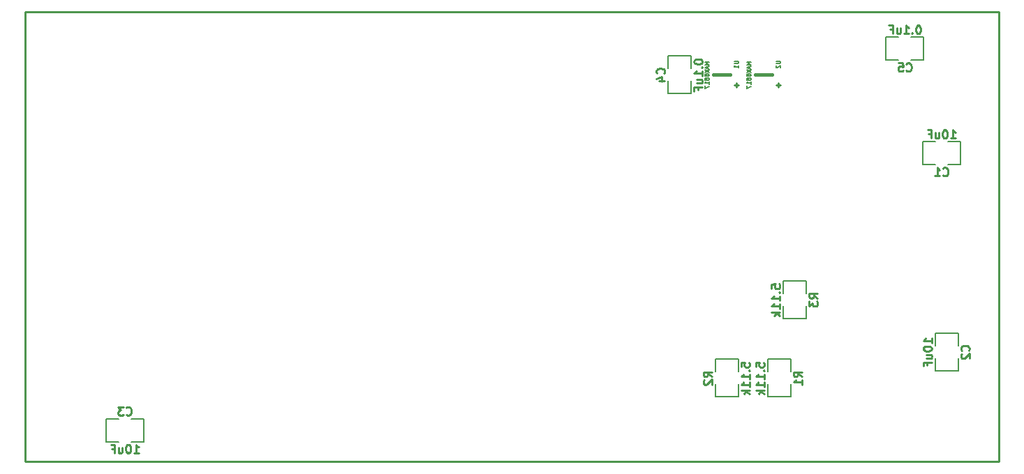
<source format=gbo>
G04 #@! TF.FileFunction,Legend,Bot*
%FSLAX46Y46*%
G04 Gerber Fmt 4.6, Leading zero omitted, Abs format (unit mm)*
G04 Created by KiCad (PCBNEW 0.201505061231+5645~23~ubuntu14.04.1-product) date Fri 08 May 2015 03:52:48 PM EDT*
%MOMM*%
G01*
G04 APERTURE LIST*
%ADD10C,0.100000*%
%ADD11C,0.228600*%
%ADD12C,0.127000*%
%ADD13C,0.381000*%
%ADD14C,0.254000*%
%ADD15O,2.540000X1.854200*%
%ADD16R,2.540000X1.854200*%
%ADD17O,1.854200X2.540000*%
%ADD18R,1.854200X2.540000*%
%ADD19O,4.445000X3.175000*%
%ADD20O,1.524000X2.032000*%
%ADD21O,5.080000X3.048000*%
%ADD22O,2.032000X1.524000*%
%ADD23R,2.540000X1.270000*%
%ADD24C,3.937000*%
%ADD25O,1.524000X2.540000*%
%ADD26O,2.540000X1.524000*%
%ADD27C,1.930400*%
%ADD28O,4.572000X3.556000*%
%ADD29O,4.064000X5.080000*%
%ADD30O,5.080000X3.556000*%
%ADD31R,1.270000X2.540000*%
%ADD32R,0.762000X1.534160*%
G04 APERTURE END LIST*
D10*
D11*
X211455000Y-75565000D02*
X93345000Y-75565000D01*
X211455000Y-130175000D02*
X211455000Y-75565000D01*
X93345000Y-130175000D02*
X211455000Y-130175000D01*
X93345000Y-75565000D02*
X93345000Y-130175000D01*
D12*
X188087000Y-111252000D02*
X188087000Y-112776000D01*
X188087000Y-112776000D02*
X185293000Y-112776000D01*
X185293000Y-112776000D02*
X185293000Y-111252000D01*
X185293000Y-109728000D02*
X185293000Y-108204000D01*
X185293000Y-108204000D02*
X188087000Y-108204000D01*
X188087000Y-108204000D02*
X188087000Y-109728000D01*
X203708000Y-94107000D02*
X202184000Y-94107000D01*
X202184000Y-94107000D02*
X202184000Y-91313000D01*
X202184000Y-91313000D02*
X203708000Y-91313000D01*
X205232000Y-91313000D02*
X206756000Y-91313000D01*
X206756000Y-91313000D02*
X206756000Y-94107000D01*
X206756000Y-94107000D02*
X205232000Y-94107000D01*
X206502000Y-117602000D02*
X206502000Y-119126000D01*
X206502000Y-119126000D02*
X203708000Y-119126000D01*
X203708000Y-119126000D02*
X203708000Y-117602000D01*
X203708000Y-116078000D02*
X203708000Y-114554000D01*
X203708000Y-114554000D02*
X206502000Y-114554000D01*
X206502000Y-114554000D02*
X206502000Y-116078000D01*
X106172000Y-124968000D02*
X107696000Y-124968000D01*
X107696000Y-124968000D02*
X107696000Y-127762000D01*
X107696000Y-127762000D02*
X106172000Y-127762000D01*
X104648000Y-127762000D02*
X103124000Y-127762000D01*
X103124000Y-127762000D02*
X103124000Y-124968000D01*
X103124000Y-124968000D02*
X104648000Y-124968000D01*
X171323000Y-82423000D02*
X171323000Y-80899000D01*
X171323000Y-80899000D02*
X174117000Y-80899000D01*
X174117000Y-80899000D02*
X174117000Y-82423000D01*
X174117000Y-83947000D02*
X174117000Y-85471000D01*
X174117000Y-85471000D02*
X171323000Y-85471000D01*
X171323000Y-85471000D02*
X171323000Y-83947000D01*
X199263000Y-81407000D02*
X197739000Y-81407000D01*
X197739000Y-81407000D02*
X197739000Y-78613000D01*
X197739000Y-78613000D02*
X199263000Y-78613000D01*
X200787000Y-78613000D02*
X202311000Y-78613000D01*
X202311000Y-78613000D02*
X202311000Y-81407000D01*
X202311000Y-81407000D02*
X200787000Y-81407000D01*
X186182000Y-120777000D02*
X186182000Y-122301000D01*
X186182000Y-122301000D02*
X183388000Y-122301000D01*
X183388000Y-122301000D02*
X183388000Y-120777000D01*
X183388000Y-119253000D02*
X183388000Y-117729000D01*
X183388000Y-117729000D02*
X186182000Y-117729000D01*
X186182000Y-117729000D02*
X186182000Y-119253000D01*
X177038000Y-119253000D02*
X177038000Y-117729000D01*
X177038000Y-117729000D02*
X179832000Y-117729000D01*
X179832000Y-117729000D02*
X179832000Y-119253000D01*
X179832000Y-120777000D02*
X179832000Y-122301000D01*
X179832000Y-122301000D02*
X177038000Y-122301000D01*
X177038000Y-122301000D02*
X177038000Y-120777000D01*
D13*
X178816000Y-83185000D02*
X176784000Y-83185000D01*
D11*
X179578000Y-84709000D02*
X179578000Y-84201000D01*
X179832000Y-84455000D02*
X179324000Y-84455000D01*
D13*
X183896000Y-83185000D02*
X181864000Y-83185000D01*
D11*
X184658000Y-84709000D02*
X184658000Y-84201000D01*
X184912000Y-84455000D02*
X184404000Y-84455000D01*
D14*
X189435619Y-110320667D02*
X188951810Y-109982001D01*
X189435619Y-109740096D02*
X188419619Y-109740096D01*
X188419619Y-110127143D01*
X188468000Y-110223905D01*
X188516381Y-110272286D01*
X188613143Y-110320667D01*
X188758286Y-110320667D01*
X188855048Y-110272286D01*
X188903429Y-110223905D01*
X188951810Y-110127143D01*
X188951810Y-109740096D01*
X188419619Y-110659334D02*
X188419619Y-111288286D01*
X188806667Y-110949620D01*
X188806667Y-111094762D01*
X188855048Y-111191524D01*
X188903429Y-111239905D01*
X189000190Y-111288286D01*
X189242095Y-111288286D01*
X189338857Y-111239905D01*
X189387238Y-111191524D01*
X189435619Y-111094762D01*
X189435619Y-110804477D01*
X189387238Y-110707715D01*
X189338857Y-110659334D01*
X183847619Y-109111143D02*
X183847619Y-108627334D01*
X184331429Y-108578953D01*
X184283048Y-108627334D01*
X184234667Y-108724096D01*
X184234667Y-108966000D01*
X184283048Y-109062762D01*
X184331429Y-109111143D01*
X184428190Y-109159524D01*
X184670095Y-109159524D01*
X184766857Y-109111143D01*
X184815238Y-109062762D01*
X184863619Y-108966000D01*
X184863619Y-108724096D01*
X184815238Y-108627334D01*
X184766857Y-108578953D01*
X184766857Y-109594953D02*
X184815238Y-109643334D01*
X184863619Y-109594953D01*
X184815238Y-109546572D01*
X184766857Y-109594953D01*
X184863619Y-109594953D01*
X184863619Y-110610953D02*
X184863619Y-110030382D01*
X184863619Y-110320668D02*
X183847619Y-110320668D01*
X183992762Y-110223906D01*
X184089524Y-110127144D01*
X184137905Y-110030382D01*
X184863619Y-111578572D02*
X184863619Y-110998001D01*
X184863619Y-111288287D02*
X183847619Y-111288287D01*
X183992762Y-111191525D01*
X184089524Y-111094763D01*
X184137905Y-110998001D01*
X184863619Y-112014001D02*
X183847619Y-112014001D01*
X184476571Y-112110763D02*
X184863619Y-112401048D01*
X184186286Y-112401048D02*
X184573333Y-112014001D01*
X204639333Y-95358857D02*
X204687714Y-95407238D01*
X204832857Y-95455619D01*
X204929619Y-95455619D01*
X205074761Y-95407238D01*
X205171523Y-95310476D01*
X205219904Y-95213714D01*
X205268285Y-95020190D01*
X205268285Y-94875048D01*
X205219904Y-94681524D01*
X205171523Y-94584762D01*
X205074761Y-94488000D01*
X204929619Y-94439619D01*
X204832857Y-94439619D01*
X204687714Y-94488000D01*
X204639333Y-94536381D01*
X203671714Y-95455619D02*
X204252285Y-95455619D01*
X203961999Y-95455619D02*
X203961999Y-94439619D01*
X204058761Y-94584762D01*
X204155523Y-94681524D01*
X204252285Y-94729905D01*
X205558571Y-90883619D02*
X206139142Y-90883619D01*
X205848856Y-90883619D02*
X205848856Y-89867619D01*
X205945618Y-90012762D01*
X206042380Y-90109524D01*
X206139142Y-90157905D01*
X204929618Y-89867619D02*
X204832857Y-89867619D01*
X204736095Y-89916000D01*
X204687714Y-89964381D01*
X204639333Y-90061143D01*
X204590952Y-90254667D01*
X204590952Y-90496571D01*
X204639333Y-90690095D01*
X204687714Y-90786857D01*
X204736095Y-90835238D01*
X204832857Y-90883619D01*
X204929618Y-90883619D01*
X205026380Y-90835238D01*
X205074761Y-90786857D01*
X205123142Y-90690095D01*
X205171523Y-90496571D01*
X205171523Y-90254667D01*
X205123142Y-90061143D01*
X205074761Y-89964381D01*
X205026380Y-89916000D01*
X204929618Y-89867619D01*
X203720095Y-90206286D02*
X203720095Y-90883619D01*
X204155523Y-90206286D02*
X204155523Y-90738476D01*
X204107142Y-90835238D01*
X204010380Y-90883619D01*
X203865238Y-90883619D01*
X203768476Y-90835238D01*
X203720095Y-90786857D01*
X202897619Y-90351429D02*
X203236285Y-90351429D01*
X203236285Y-90883619D02*
X203236285Y-89867619D01*
X202752476Y-89867619D01*
X207753857Y-116670667D02*
X207802238Y-116622286D01*
X207850619Y-116477143D01*
X207850619Y-116380381D01*
X207802238Y-116235239D01*
X207705476Y-116138477D01*
X207608714Y-116090096D01*
X207415190Y-116041715D01*
X207270048Y-116041715D01*
X207076524Y-116090096D01*
X206979762Y-116138477D01*
X206883000Y-116235239D01*
X206834619Y-116380381D01*
X206834619Y-116477143D01*
X206883000Y-116622286D01*
X206931381Y-116670667D01*
X206931381Y-117057715D02*
X206883000Y-117106096D01*
X206834619Y-117202858D01*
X206834619Y-117444762D01*
X206883000Y-117541524D01*
X206931381Y-117589905D01*
X207028143Y-117638286D01*
X207124905Y-117638286D01*
X207270048Y-117589905D01*
X207850619Y-117009334D01*
X207850619Y-117638286D01*
X203278619Y-115751429D02*
X203278619Y-115170858D01*
X203278619Y-115461144D02*
X202262619Y-115461144D01*
X202407762Y-115364382D01*
X202504524Y-115267620D01*
X202552905Y-115170858D01*
X202262619Y-116380382D02*
X202262619Y-116477143D01*
X202311000Y-116573905D01*
X202359381Y-116622286D01*
X202456143Y-116670667D01*
X202649667Y-116719048D01*
X202891571Y-116719048D01*
X203085095Y-116670667D01*
X203181857Y-116622286D01*
X203230238Y-116573905D01*
X203278619Y-116477143D01*
X203278619Y-116380382D01*
X203230238Y-116283620D01*
X203181857Y-116235239D01*
X203085095Y-116186858D01*
X202891571Y-116138477D01*
X202649667Y-116138477D01*
X202456143Y-116186858D01*
X202359381Y-116235239D01*
X202311000Y-116283620D01*
X202262619Y-116380382D01*
X202601286Y-117589905D02*
X203278619Y-117589905D01*
X202601286Y-117154477D02*
X203133476Y-117154477D01*
X203230238Y-117202858D01*
X203278619Y-117299620D01*
X203278619Y-117444762D01*
X203230238Y-117541524D01*
X203181857Y-117589905D01*
X202746429Y-118412381D02*
X202746429Y-118073715D01*
X203278619Y-118073715D02*
X202262619Y-118073715D01*
X202262619Y-118557524D01*
X105579333Y-124441857D02*
X105627714Y-124490238D01*
X105772857Y-124538619D01*
X105869619Y-124538619D01*
X106014761Y-124490238D01*
X106111523Y-124393476D01*
X106159904Y-124296714D01*
X106208285Y-124103190D01*
X106208285Y-123958048D01*
X106159904Y-123764524D01*
X106111523Y-123667762D01*
X106014761Y-123571000D01*
X105869619Y-123522619D01*
X105772857Y-123522619D01*
X105627714Y-123571000D01*
X105579333Y-123619381D01*
X105240666Y-123522619D02*
X104611714Y-123522619D01*
X104950380Y-123909667D01*
X104805238Y-123909667D01*
X104708476Y-123958048D01*
X104660095Y-124006429D01*
X104611714Y-124103190D01*
X104611714Y-124345095D01*
X104660095Y-124441857D01*
X104708476Y-124490238D01*
X104805238Y-124538619D01*
X105095523Y-124538619D01*
X105192285Y-124490238D01*
X105240666Y-124441857D01*
X106498571Y-129110619D02*
X107079142Y-129110619D01*
X106788856Y-129110619D02*
X106788856Y-128094619D01*
X106885618Y-128239762D01*
X106982380Y-128336524D01*
X107079142Y-128384905D01*
X105869618Y-128094619D02*
X105772857Y-128094619D01*
X105676095Y-128143000D01*
X105627714Y-128191381D01*
X105579333Y-128288143D01*
X105530952Y-128481667D01*
X105530952Y-128723571D01*
X105579333Y-128917095D01*
X105627714Y-129013857D01*
X105676095Y-129062238D01*
X105772857Y-129110619D01*
X105869618Y-129110619D01*
X105966380Y-129062238D01*
X106014761Y-129013857D01*
X106063142Y-128917095D01*
X106111523Y-128723571D01*
X106111523Y-128481667D01*
X106063142Y-128288143D01*
X106014761Y-128191381D01*
X105966380Y-128143000D01*
X105869618Y-128094619D01*
X104660095Y-128433286D02*
X104660095Y-129110619D01*
X105095523Y-128433286D02*
X105095523Y-128965476D01*
X105047142Y-129062238D01*
X104950380Y-129110619D01*
X104805238Y-129110619D01*
X104708476Y-129062238D01*
X104660095Y-129013857D01*
X103837619Y-128578429D02*
X104176285Y-128578429D01*
X104176285Y-129110619D02*
X104176285Y-128094619D01*
X103692476Y-128094619D01*
X170796857Y-83015667D02*
X170845238Y-82967286D01*
X170893619Y-82822143D01*
X170893619Y-82725381D01*
X170845238Y-82580239D01*
X170748476Y-82483477D01*
X170651714Y-82435096D01*
X170458190Y-82386715D01*
X170313048Y-82386715D01*
X170119524Y-82435096D01*
X170022762Y-82483477D01*
X169926000Y-82580239D01*
X169877619Y-82725381D01*
X169877619Y-82822143D01*
X169926000Y-82967286D01*
X169974381Y-83015667D01*
X170216286Y-83886524D02*
X170893619Y-83886524D01*
X169829238Y-83644620D02*
X170554952Y-83402715D01*
X170554952Y-84031667D01*
X174449619Y-81515858D02*
X174449619Y-81612619D01*
X174498000Y-81709381D01*
X174546381Y-81757762D01*
X174643143Y-81806143D01*
X174836667Y-81854524D01*
X175078571Y-81854524D01*
X175272095Y-81806143D01*
X175368857Y-81757762D01*
X175417238Y-81709381D01*
X175465619Y-81612619D01*
X175465619Y-81515858D01*
X175417238Y-81419096D01*
X175368857Y-81370715D01*
X175272095Y-81322334D01*
X175078571Y-81273953D01*
X174836667Y-81273953D01*
X174643143Y-81322334D01*
X174546381Y-81370715D01*
X174498000Y-81419096D01*
X174449619Y-81515858D01*
X175368857Y-82289953D02*
X175417238Y-82338334D01*
X175465619Y-82289953D01*
X175417238Y-82241572D01*
X175368857Y-82289953D01*
X175465619Y-82289953D01*
X175465619Y-83305953D02*
X175465619Y-82725382D01*
X175465619Y-83015668D02*
X174449619Y-83015668D01*
X174594762Y-82918906D01*
X174691524Y-82822144D01*
X174739905Y-82725382D01*
X174788286Y-84176810D02*
X175465619Y-84176810D01*
X174788286Y-83741382D02*
X175320476Y-83741382D01*
X175417238Y-83789763D01*
X175465619Y-83886525D01*
X175465619Y-84031667D01*
X175417238Y-84128429D01*
X175368857Y-84176810D01*
X174933429Y-84999286D02*
X174933429Y-84660620D01*
X175465619Y-84660620D02*
X174449619Y-84660620D01*
X174449619Y-85144429D01*
X200194333Y-82658857D02*
X200242714Y-82707238D01*
X200387857Y-82755619D01*
X200484619Y-82755619D01*
X200629761Y-82707238D01*
X200726523Y-82610476D01*
X200774904Y-82513714D01*
X200823285Y-82320190D01*
X200823285Y-82175048D01*
X200774904Y-81981524D01*
X200726523Y-81884762D01*
X200629761Y-81788000D01*
X200484619Y-81739619D01*
X200387857Y-81739619D01*
X200242714Y-81788000D01*
X200194333Y-81836381D01*
X199275095Y-81739619D02*
X199758904Y-81739619D01*
X199807285Y-82223429D01*
X199758904Y-82175048D01*
X199662142Y-82126667D01*
X199420238Y-82126667D01*
X199323476Y-82175048D01*
X199275095Y-82223429D01*
X199226714Y-82320190D01*
X199226714Y-82562095D01*
X199275095Y-82658857D01*
X199323476Y-82707238D01*
X199420238Y-82755619D01*
X199662142Y-82755619D01*
X199758904Y-82707238D01*
X199807285Y-82658857D01*
X201694142Y-77167619D02*
X201597381Y-77167619D01*
X201500619Y-77216000D01*
X201452238Y-77264381D01*
X201403857Y-77361143D01*
X201355476Y-77554667D01*
X201355476Y-77796571D01*
X201403857Y-77990095D01*
X201452238Y-78086857D01*
X201500619Y-78135238D01*
X201597381Y-78183619D01*
X201694142Y-78183619D01*
X201790904Y-78135238D01*
X201839285Y-78086857D01*
X201887666Y-77990095D01*
X201936047Y-77796571D01*
X201936047Y-77554667D01*
X201887666Y-77361143D01*
X201839285Y-77264381D01*
X201790904Y-77216000D01*
X201694142Y-77167619D01*
X200920047Y-78086857D02*
X200871666Y-78135238D01*
X200920047Y-78183619D01*
X200968428Y-78135238D01*
X200920047Y-78086857D01*
X200920047Y-78183619D01*
X199904047Y-78183619D02*
X200484618Y-78183619D01*
X200194332Y-78183619D02*
X200194332Y-77167619D01*
X200291094Y-77312762D01*
X200387856Y-77409524D01*
X200484618Y-77457905D01*
X199033190Y-77506286D02*
X199033190Y-78183619D01*
X199468618Y-77506286D02*
X199468618Y-78038476D01*
X199420237Y-78135238D01*
X199323475Y-78183619D01*
X199178333Y-78183619D01*
X199081571Y-78135238D01*
X199033190Y-78086857D01*
X198210714Y-77651429D02*
X198549380Y-77651429D01*
X198549380Y-78183619D02*
X198549380Y-77167619D01*
X198065571Y-77167619D01*
X187530619Y-119845667D02*
X187046810Y-119507001D01*
X187530619Y-119265096D02*
X186514619Y-119265096D01*
X186514619Y-119652143D01*
X186563000Y-119748905D01*
X186611381Y-119797286D01*
X186708143Y-119845667D01*
X186853286Y-119845667D01*
X186950048Y-119797286D01*
X186998429Y-119748905D01*
X187046810Y-119652143D01*
X187046810Y-119265096D01*
X187530619Y-120813286D02*
X187530619Y-120232715D01*
X187530619Y-120523001D02*
X186514619Y-120523001D01*
X186659762Y-120426239D01*
X186756524Y-120329477D01*
X186804905Y-120232715D01*
X181942619Y-118636143D02*
X181942619Y-118152334D01*
X182426429Y-118103953D01*
X182378048Y-118152334D01*
X182329667Y-118249096D01*
X182329667Y-118491000D01*
X182378048Y-118587762D01*
X182426429Y-118636143D01*
X182523190Y-118684524D01*
X182765095Y-118684524D01*
X182861857Y-118636143D01*
X182910238Y-118587762D01*
X182958619Y-118491000D01*
X182958619Y-118249096D01*
X182910238Y-118152334D01*
X182861857Y-118103953D01*
X182861857Y-119119953D02*
X182910238Y-119168334D01*
X182958619Y-119119953D01*
X182910238Y-119071572D01*
X182861857Y-119119953D01*
X182958619Y-119119953D01*
X182958619Y-120135953D02*
X182958619Y-119555382D01*
X182958619Y-119845668D02*
X181942619Y-119845668D01*
X182087762Y-119748906D01*
X182184524Y-119652144D01*
X182232905Y-119555382D01*
X182958619Y-121103572D02*
X182958619Y-120523001D01*
X182958619Y-120813287D02*
X181942619Y-120813287D01*
X182087762Y-120716525D01*
X182184524Y-120619763D01*
X182232905Y-120523001D01*
X182958619Y-121539001D02*
X181942619Y-121539001D01*
X182571571Y-121635763D02*
X182958619Y-121926048D01*
X182281286Y-121926048D02*
X182668333Y-121539001D01*
X176608619Y-119845667D02*
X176124810Y-119507001D01*
X176608619Y-119265096D02*
X175592619Y-119265096D01*
X175592619Y-119652143D01*
X175641000Y-119748905D01*
X175689381Y-119797286D01*
X175786143Y-119845667D01*
X175931286Y-119845667D01*
X176028048Y-119797286D01*
X176076429Y-119748905D01*
X176124810Y-119652143D01*
X176124810Y-119265096D01*
X175689381Y-120232715D02*
X175641000Y-120281096D01*
X175592619Y-120377858D01*
X175592619Y-120619762D01*
X175641000Y-120716524D01*
X175689381Y-120764905D01*
X175786143Y-120813286D01*
X175882905Y-120813286D01*
X176028048Y-120764905D01*
X176608619Y-120184334D01*
X176608619Y-120813286D01*
X180164619Y-118636143D02*
X180164619Y-118152334D01*
X180648429Y-118103953D01*
X180600048Y-118152334D01*
X180551667Y-118249096D01*
X180551667Y-118491000D01*
X180600048Y-118587762D01*
X180648429Y-118636143D01*
X180745190Y-118684524D01*
X180987095Y-118684524D01*
X181083857Y-118636143D01*
X181132238Y-118587762D01*
X181180619Y-118491000D01*
X181180619Y-118249096D01*
X181132238Y-118152334D01*
X181083857Y-118103953D01*
X181083857Y-119119953D02*
X181132238Y-119168334D01*
X181180619Y-119119953D01*
X181132238Y-119071572D01*
X181083857Y-119119953D01*
X181180619Y-119119953D01*
X181180619Y-120135953D02*
X181180619Y-119555382D01*
X181180619Y-119845668D02*
X180164619Y-119845668D01*
X180309762Y-119748906D01*
X180406524Y-119652144D01*
X180454905Y-119555382D01*
X181180619Y-121103572D02*
X181180619Y-120523001D01*
X181180619Y-120813287D02*
X180164619Y-120813287D01*
X180309762Y-120716525D01*
X180406524Y-120619763D01*
X180454905Y-120523001D01*
X181180619Y-121539001D02*
X180164619Y-121539001D01*
X180793571Y-121635763D02*
X181180619Y-121926048D01*
X180503286Y-121926048D02*
X180890333Y-121539001D01*
D12*
X179299810Y-81527952D02*
X179711048Y-81527952D01*
X179759429Y-81552143D01*
X179783619Y-81576333D01*
X179807810Y-81624714D01*
X179807810Y-81721476D01*
X179783619Y-81769857D01*
X179759429Y-81794048D01*
X179711048Y-81818238D01*
X179299810Y-81818238D01*
X179807810Y-82326238D02*
X179807810Y-82035952D01*
X179807810Y-82181095D02*
X179299810Y-82181095D01*
X179372381Y-82132714D01*
X179420762Y-82084333D01*
X179444952Y-82035952D01*
X176251810Y-81588427D02*
X175743810Y-81588427D01*
X176106667Y-81757761D01*
X175743810Y-81927094D01*
X176251810Y-81927094D01*
X176106667Y-82144808D02*
X176106667Y-82386713D01*
X176251810Y-82096427D02*
X175743810Y-82265760D01*
X176251810Y-82435094D01*
X175743810Y-82556046D02*
X176251810Y-82894713D01*
X175743810Y-82894713D02*
X176251810Y-82556046D01*
X175743810Y-83305952D02*
X175743810Y-83209190D01*
X175768000Y-83160809D01*
X175792190Y-83136618D01*
X175864762Y-83088237D01*
X175961524Y-83064047D01*
X176155048Y-83064047D01*
X176203429Y-83088237D01*
X176227619Y-83112428D01*
X176251810Y-83160809D01*
X176251810Y-83257571D01*
X176227619Y-83305952D01*
X176203429Y-83330142D01*
X176155048Y-83354333D01*
X176034095Y-83354333D01*
X175985714Y-83330142D01*
X175961524Y-83305952D01*
X175937333Y-83257571D01*
X175937333Y-83160809D01*
X175961524Y-83112428D01*
X175985714Y-83088237D01*
X176034095Y-83064047D01*
X175961524Y-83644619D02*
X175937333Y-83596238D01*
X175913143Y-83572047D01*
X175864762Y-83547857D01*
X175840571Y-83547857D01*
X175792190Y-83572047D01*
X175768000Y-83596238D01*
X175743810Y-83644619D01*
X175743810Y-83741381D01*
X175768000Y-83789762D01*
X175792190Y-83813952D01*
X175840571Y-83838143D01*
X175864762Y-83838143D01*
X175913143Y-83813952D01*
X175937333Y-83789762D01*
X175961524Y-83741381D01*
X175961524Y-83644619D01*
X175985714Y-83596238D01*
X176009905Y-83572047D01*
X176058286Y-83547857D01*
X176155048Y-83547857D01*
X176203429Y-83572047D01*
X176227619Y-83596238D01*
X176251810Y-83644619D01*
X176251810Y-83741381D01*
X176227619Y-83789762D01*
X176203429Y-83813952D01*
X176155048Y-83838143D01*
X176058286Y-83838143D01*
X176009905Y-83813952D01*
X175985714Y-83789762D01*
X175961524Y-83741381D01*
X176251810Y-84321953D02*
X176251810Y-84031667D01*
X176251810Y-84176810D02*
X175743810Y-84176810D01*
X175816381Y-84128429D01*
X175864762Y-84080048D01*
X175888952Y-84031667D01*
X175743810Y-84491286D02*
X175743810Y-84829953D01*
X176251810Y-84612239D01*
X184379810Y-81527952D02*
X184791048Y-81527952D01*
X184839429Y-81552143D01*
X184863619Y-81576333D01*
X184887810Y-81624714D01*
X184887810Y-81721476D01*
X184863619Y-81769857D01*
X184839429Y-81794048D01*
X184791048Y-81818238D01*
X184379810Y-81818238D01*
X184428190Y-82035952D02*
X184404000Y-82060142D01*
X184379810Y-82108523D01*
X184379810Y-82229476D01*
X184404000Y-82277857D01*
X184428190Y-82302047D01*
X184476571Y-82326238D01*
X184524952Y-82326238D01*
X184597524Y-82302047D01*
X184887810Y-82011761D01*
X184887810Y-82326238D01*
X181331810Y-81588427D02*
X180823810Y-81588427D01*
X181186667Y-81757761D01*
X180823810Y-81927094D01*
X181331810Y-81927094D01*
X181186667Y-82144808D02*
X181186667Y-82386713D01*
X181331810Y-82096427D02*
X180823810Y-82265760D01*
X181331810Y-82435094D01*
X180823810Y-82556046D02*
X181331810Y-82894713D01*
X180823810Y-82894713D02*
X181331810Y-82556046D01*
X180823810Y-83305952D02*
X180823810Y-83209190D01*
X180848000Y-83160809D01*
X180872190Y-83136618D01*
X180944762Y-83088237D01*
X181041524Y-83064047D01*
X181235048Y-83064047D01*
X181283429Y-83088237D01*
X181307619Y-83112428D01*
X181331810Y-83160809D01*
X181331810Y-83257571D01*
X181307619Y-83305952D01*
X181283429Y-83330142D01*
X181235048Y-83354333D01*
X181114095Y-83354333D01*
X181065714Y-83330142D01*
X181041524Y-83305952D01*
X181017333Y-83257571D01*
X181017333Y-83160809D01*
X181041524Y-83112428D01*
X181065714Y-83088237D01*
X181114095Y-83064047D01*
X181041524Y-83644619D02*
X181017333Y-83596238D01*
X180993143Y-83572047D01*
X180944762Y-83547857D01*
X180920571Y-83547857D01*
X180872190Y-83572047D01*
X180848000Y-83596238D01*
X180823810Y-83644619D01*
X180823810Y-83741381D01*
X180848000Y-83789762D01*
X180872190Y-83813952D01*
X180920571Y-83838143D01*
X180944762Y-83838143D01*
X180993143Y-83813952D01*
X181017333Y-83789762D01*
X181041524Y-83741381D01*
X181041524Y-83644619D01*
X181065714Y-83596238D01*
X181089905Y-83572047D01*
X181138286Y-83547857D01*
X181235048Y-83547857D01*
X181283429Y-83572047D01*
X181307619Y-83596238D01*
X181331810Y-83644619D01*
X181331810Y-83741381D01*
X181307619Y-83789762D01*
X181283429Y-83813952D01*
X181235048Y-83838143D01*
X181138286Y-83838143D01*
X181089905Y-83813952D01*
X181065714Y-83789762D01*
X181041524Y-83741381D01*
X181331810Y-84321953D02*
X181331810Y-84031667D01*
X181331810Y-84176810D02*
X180823810Y-84176810D01*
X180896381Y-84128429D01*
X180944762Y-84080048D01*
X180968952Y-84031667D01*
X180823810Y-84491286D02*
X180823810Y-84829953D01*
X181331810Y-84612239D01*
%LPC*%
D15*
X184150000Y-86995000D03*
D16*
X184150000Y-89535000D03*
D17*
X104140000Y-121920000D03*
X106680000Y-121920000D03*
D18*
X101600000Y-121920000D03*
D19*
X181610000Y-102870000D03*
X181610000Y-107569000D03*
D20*
X187325000Y-105410000D03*
X187325000Y-100330000D03*
D21*
X99060000Y-107950000D03*
X99060000Y-97790000D03*
D22*
X105156000Y-102870000D03*
D20*
X107950000Y-102870000D03*
X107950000Y-100076000D03*
X107950000Y-105664000D03*
D23*
X186690000Y-112014000D03*
X186690000Y-108966000D03*
D24*
X111760000Y-127000000D03*
X113030000Y-78740000D03*
X194310000Y-127000000D03*
X187960000Y-78740000D03*
D25*
X125730000Y-127000000D03*
X128270000Y-127000000D03*
X130810000Y-127000000D03*
X133350000Y-127000000D03*
X135890000Y-127000000D03*
X138430000Y-127000000D03*
X140970000Y-127000000D03*
X143510000Y-127000000D03*
X148590000Y-127000000D03*
X151130000Y-127000000D03*
X153670000Y-127000000D03*
X156210000Y-127000000D03*
X158750000Y-127000000D03*
X161290000Y-127000000D03*
X163830000Y-127000000D03*
X166370000Y-127000000D03*
X171450000Y-127000000D03*
X173990000Y-127000000D03*
X176530000Y-127000000D03*
X179070000Y-127000000D03*
X181610000Y-127000000D03*
X184150000Y-127000000D03*
X186690000Y-127000000D03*
X189230000Y-127000000D03*
X116586000Y-78740000D03*
X119126000Y-78740000D03*
X121666000Y-78740000D03*
X124206000Y-78740000D03*
X126746000Y-78740000D03*
X129286000Y-78740000D03*
X131826000Y-78740000D03*
X134366000Y-78740000D03*
X136906000Y-78740000D03*
X139446000Y-78740000D03*
X143510000Y-78740000D03*
X161290000Y-78740000D03*
X158750000Y-78740000D03*
X156210000Y-78740000D03*
X153670000Y-78740000D03*
X151130000Y-78740000D03*
X148590000Y-78740000D03*
X146050000Y-78740000D03*
X166370000Y-78740000D03*
X168910000Y-78740000D03*
X171450000Y-78740000D03*
X173990000Y-78740000D03*
X176530000Y-78740000D03*
X179070000Y-78740000D03*
X181610000Y-78740000D03*
X184150000Y-78740000D03*
X191770000Y-78232000D03*
X194310000Y-78232000D03*
D26*
X191262000Y-81280000D03*
X194818000Y-81280000D03*
X191262000Y-83820000D03*
X194818000Y-83820000D03*
X191262000Y-86360000D03*
X194818000Y-86360000D03*
X191262000Y-88900000D03*
X194818000Y-88900000D03*
X191262000Y-91440000D03*
X194818000Y-91440000D03*
X191262000Y-93980000D03*
X194818000Y-93980000D03*
X191262000Y-96520000D03*
X194818000Y-96520000D03*
X191262000Y-99060000D03*
X194818000Y-99060000D03*
X191262000Y-101600000D03*
X194818000Y-101600000D03*
X191262000Y-104140000D03*
X194818000Y-104140000D03*
X191262000Y-106680000D03*
X194818000Y-106680000D03*
X191262000Y-109220000D03*
X194818000Y-109220000D03*
X191262000Y-111760000D03*
X194818000Y-111760000D03*
X191262000Y-114300000D03*
X194818000Y-114300000D03*
X191262000Y-116840000D03*
X194818000Y-116840000D03*
X191262000Y-119380000D03*
X194818000Y-119380000D03*
X191262000Y-121920000D03*
X194818000Y-121920000D03*
D27*
X208457800Y-102870000D03*
D28*
X204952600Y-102870000D03*
D29*
X199466200Y-102870000D03*
D30*
X206451200Y-98374200D03*
X206451200Y-107365800D03*
D31*
X202946000Y-92710000D03*
X205994000Y-92710000D03*
D23*
X205105000Y-118364000D03*
X205105000Y-115316000D03*
D31*
X106934000Y-126365000D03*
X103886000Y-126365000D03*
D23*
X172720000Y-81661000D03*
X172720000Y-84709000D03*
D31*
X198501000Y-80010000D03*
X201549000Y-80010000D03*
D23*
X184785000Y-121539000D03*
X184785000Y-118491000D03*
X178435000Y-118491000D03*
X178435000Y-121539000D03*
D32*
X178749960Y-84383880D03*
X177800000Y-84383880D03*
X176850040Y-84383880D03*
X176850040Y-81986120D03*
X177800000Y-81986120D03*
X178749960Y-81986120D03*
X183829960Y-84383880D03*
X182880000Y-84383880D03*
X181930040Y-84383880D03*
X181930040Y-81986120D03*
X182880000Y-81986120D03*
X183829960Y-81986120D03*
M02*

</source>
